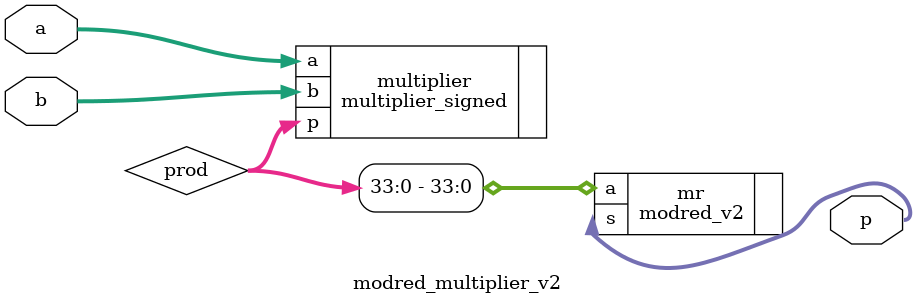
<source format=v>
`timescale 1ns / 1ps


module modred_multiplier_v2 #(parameter LOGQ = 17) (
    input [LOGQ:0] a,
    input [LOGQ:0] b,
    output [LOGQ-1:0] p
    );
    
    wire [2*LOGQ+1:0] prod;
    
    multiplier_signed #(.N(LOGQ+1)) multiplier(.a(a), .b(b), .p(prod));
    modred_v2 #(.LOGQ(LOGQ)) mr(.a(prod[2*LOGQ-1:0]), .s(p));
endmodule

</source>
